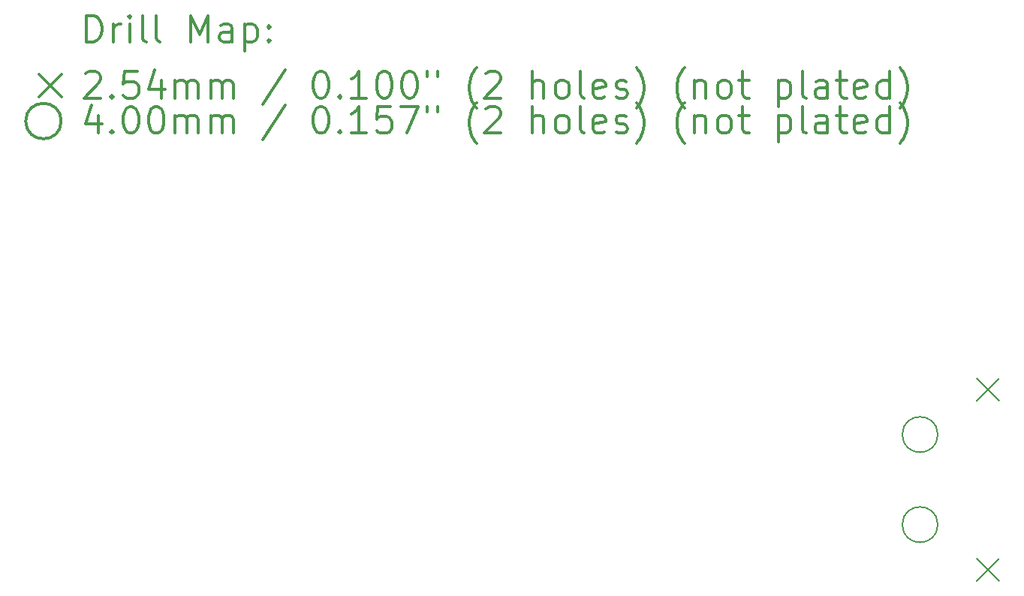
<source format=gbr>
%FSLAX45Y45*%
G04 Gerber Fmt 4.5, Leading zero omitted, Abs format (unit mm)*
G04 Created by KiCad (PCBNEW 5.1.8) date 2021-02-12 19:09:45*
%MOMM*%
%LPD*%
G01*
G04 APERTURE LIST*
%ADD10C,0.200000*%
%ADD11C,0.300000*%
G04 APERTURE END LIST*
D10*
X10321000Y-4257000D02*
X10575000Y-4511000D01*
X10575000Y-4257000D02*
X10321000Y-4511000D01*
X10321000Y-6289000D02*
X10575000Y-6543000D01*
X10575000Y-6289000D02*
X10321000Y-6543000D01*
X9886000Y-4892000D02*
G75*
G03*
X9886000Y-4892000I-200000J0D01*
G01*
X9886000Y-5908000D02*
G75*
G03*
X9886000Y-5908000I-200000J0D01*
G01*
D11*
X286429Y-465714D02*
X286429Y-165714D01*
X357857Y-165714D01*
X400714Y-180000D01*
X429286Y-208571D01*
X443571Y-237143D01*
X457857Y-294286D01*
X457857Y-337143D01*
X443571Y-394286D01*
X429286Y-422857D01*
X400714Y-451428D01*
X357857Y-465714D01*
X286429Y-465714D01*
X586429Y-465714D02*
X586429Y-265714D01*
X586429Y-322857D02*
X600714Y-294286D01*
X615000Y-280000D01*
X643571Y-265714D01*
X672143Y-265714D01*
X772143Y-465714D02*
X772143Y-265714D01*
X772143Y-165714D02*
X757857Y-180000D01*
X772143Y-194286D01*
X786428Y-180000D01*
X772143Y-165714D01*
X772143Y-194286D01*
X957857Y-465714D02*
X929286Y-451428D01*
X915000Y-422857D01*
X915000Y-165714D01*
X1115000Y-465714D02*
X1086429Y-451428D01*
X1072143Y-422857D01*
X1072143Y-165714D01*
X1457857Y-465714D02*
X1457857Y-165714D01*
X1557857Y-380000D01*
X1657857Y-165714D01*
X1657857Y-465714D01*
X1929286Y-465714D02*
X1929286Y-308571D01*
X1915000Y-280000D01*
X1886428Y-265714D01*
X1829286Y-265714D01*
X1800714Y-280000D01*
X1929286Y-451428D02*
X1900714Y-465714D01*
X1829286Y-465714D01*
X1800714Y-451428D01*
X1786428Y-422857D01*
X1786428Y-394286D01*
X1800714Y-365714D01*
X1829286Y-351428D01*
X1900714Y-351428D01*
X1929286Y-337143D01*
X2072143Y-265714D02*
X2072143Y-565714D01*
X2072143Y-280000D02*
X2100714Y-265714D01*
X2157857Y-265714D01*
X2186429Y-280000D01*
X2200714Y-294286D01*
X2215000Y-322857D01*
X2215000Y-408571D01*
X2200714Y-437143D01*
X2186429Y-451428D01*
X2157857Y-465714D01*
X2100714Y-465714D01*
X2072143Y-451428D01*
X2343571Y-437143D02*
X2357857Y-451428D01*
X2343571Y-465714D01*
X2329286Y-451428D01*
X2343571Y-437143D01*
X2343571Y-465714D01*
X2343571Y-280000D02*
X2357857Y-294286D01*
X2343571Y-308571D01*
X2329286Y-294286D01*
X2343571Y-280000D01*
X2343571Y-308571D01*
X-254000Y-833000D02*
X0Y-1087000D01*
X0Y-833000D02*
X-254000Y-1087000D01*
X272143Y-824286D02*
X286429Y-810000D01*
X315000Y-795714D01*
X386428Y-795714D01*
X415000Y-810000D01*
X429286Y-824286D01*
X443571Y-852857D01*
X443571Y-881428D01*
X429286Y-924286D01*
X257857Y-1095714D01*
X443571Y-1095714D01*
X572143Y-1067143D02*
X586429Y-1081429D01*
X572143Y-1095714D01*
X557857Y-1081429D01*
X572143Y-1067143D01*
X572143Y-1095714D01*
X857857Y-795714D02*
X715000Y-795714D01*
X700714Y-938571D01*
X715000Y-924286D01*
X743571Y-910000D01*
X815000Y-910000D01*
X843571Y-924286D01*
X857857Y-938571D01*
X872143Y-967143D01*
X872143Y-1038571D01*
X857857Y-1067143D01*
X843571Y-1081429D01*
X815000Y-1095714D01*
X743571Y-1095714D01*
X715000Y-1081429D01*
X700714Y-1067143D01*
X1129286Y-895714D02*
X1129286Y-1095714D01*
X1057857Y-781428D02*
X986428Y-995714D01*
X1172143Y-995714D01*
X1286429Y-1095714D02*
X1286429Y-895714D01*
X1286429Y-924286D02*
X1300714Y-910000D01*
X1329286Y-895714D01*
X1372143Y-895714D01*
X1400714Y-910000D01*
X1415000Y-938571D01*
X1415000Y-1095714D01*
X1415000Y-938571D02*
X1429286Y-910000D01*
X1457857Y-895714D01*
X1500714Y-895714D01*
X1529286Y-910000D01*
X1543571Y-938571D01*
X1543571Y-1095714D01*
X1686428Y-1095714D02*
X1686428Y-895714D01*
X1686428Y-924286D02*
X1700714Y-910000D01*
X1729286Y-895714D01*
X1772143Y-895714D01*
X1800714Y-910000D01*
X1815000Y-938571D01*
X1815000Y-1095714D01*
X1815000Y-938571D02*
X1829286Y-910000D01*
X1857857Y-895714D01*
X1900714Y-895714D01*
X1929286Y-910000D01*
X1943571Y-938571D01*
X1943571Y-1095714D01*
X2529286Y-781428D02*
X2272143Y-1167143D01*
X2915000Y-795714D02*
X2943571Y-795714D01*
X2972143Y-810000D01*
X2986428Y-824286D01*
X3000714Y-852857D01*
X3015000Y-910000D01*
X3015000Y-981428D01*
X3000714Y-1038571D01*
X2986428Y-1067143D01*
X2972143Y-1081429D01*
X2943571Y-1095714D01*
X2915000Y-1095714D01*
X2886428Y-1081429D01*
X2872143Y-1067143D01*
X2857857Y-1038571D01*
X2843571Y-981428D01*
X2843571Y-910000D01*
X2857857Y-852857D01*
X2872143Y-824286D01*
X2886428Y-810000D01*
X2915000Y-795714D01*
X3143571Y-1067143D02*
X3157857Y-1081429D01*
X3143571Y-1095714D01*
X3129286Y-1081429D01*
X3143571Y-1067143D01*
X3143571Y-1095714D01*
X3443571Y-1095714D02*
X3272143Y-1095714D01*
X3357857Y-1095714D02*
X3357857Y-795714D01*
X3329286Y-838571D01*
X3300714Y-867143D01*
X3272143Y-881428D01*
X3629286Y-795714D02*
X3657857Y-795714D01*
X3686428Y-810000D01*
X3700714Y-824286D01*
X3715000Y-852857D01*
X3729286Y-910000D01*
X3729286Y-981428D01*
X3715000Y-1038571D01*
X3700714Y-1067143D01*
X3686428Y-1081429D01*
X3657857Y-1095714D01*
X3629286Y-1095714D01*
X3600714Y-1081429D01*
X3586428Y-1067143D01*
X3572143Y-1038571D01*
X3557857Y-981428D01*
X3557857Y-910000D01*
X3572143Y-852857D01*
X3586428Y-824286D01*
X3600714Y-810000D01*
X3629286Y-795714D01*
X3915000Y-795714D02*
X3943571Y-795714D01*
X3972143Y-810000D01*
X3986428Y-824286D01*
X4000714Y-852857D01*
X4015000Y-910000D01*
X4015000Y-981428D01*
X4000714Y-1038571D01*
X3986428Y-1067143D01*
X3972143Y-1081429D01*
X3943571Y-1095714D01*
X3915000Y-1095714D01*
X3886428Y-1081429D01*
X3872143Y-1067143D01*
X3857857Y-1038571D01*
X3843571Y-981428D01*
X3843571Y-910000D01*
X3857857Y-852857D01*
X3872143Y-824286D01*
X3886428Y-810000D01*
X3915000Y-795714D01*
X4129286Y-795714D02*
X4129286Y-852857D01*
X4243571Y-795714D02*
X4243571Y-852857D01*
X4686429Y-1210000D02*
X4672143Y-1195714D01*
X4643571Y-1152857D01*
X4629286Y-1124286D01*
X4615000Y-1081429D01*
X4600714Y-1010000D01*
X4600714Y-952857D01*
X4615000Y-881428D01*
X4629286Y-838571D01*
X4643571Y-810000D01*
X4672143Y-767143D01*
X4686429Y-752857D01*
X4786429Y-824286D02*
X4800714Y-810000D01*
X4829286Y-795714D01*
X4900714Y-795714D01*
X4929286Y-810000D01*
X4943571Y-824286D01*
X4957857Y-852857D01*
X4957857Y-881428D01*
X4943571Y-924286D01*
X4772143Y-1095714D01*
X4957857Y-1095714D01*
X5315000Y-1095714D02*
X5315000Y-795714D01*
X5443571Y-1095714D02*
X5443571Y-938571D01*
X5429286Y-910000D01*
X5400714Y-895714D01*
X5357857Y-895714D01*
X5329286Y-910000D01*
X5315000Y-924286D01*
X5629286Y-1095714D02*
X5600714Y-1081429D01*
X5586429Y-1067143D01*
X5572143Y-1038571D01*
X5572143Y-952857D01*
X5586429Y-924286D01*
X5600714Y-910000D01*
X5629286Y-895714D01*
X5672143Y-895714D01*
X5700714Y-910000D01*
X5715000Y-924286D01*
X5729286Y-952857D01*
X5729286Y-1038571D01*
X5715000Y-1067143D01*
X5700714Y-1081429D01*
X5672143Y-1095714D01*
X5629286Y-1095714D01*
X5900714Y-1095714D02*
X5872143Y-1081429D01*
X5857857Y-1052857D01*
X5857857Y-795714D01*
X6129286Y-1081429D02*
X6100714Y-1095714D01*
X6043571Y-1095714D01*
X6015000Y-1081429D01*
X6000714Y-1052857D01*
X6000714Y-938571D01*
X6015000Y-910000D01*
X6043571Y-895714D01*
X6100714Y-895714D01*
X6129286Y-910000D01*
X6143571Y-938571D01*
X6143571Y-967143D01*
X6000714Y-995714D01*
X6257857Y-1081429D02*
X6286428Y-1095714D01*
X6343571Y-1095714D01*
X6372143Y-1081429D01*
X6386428Y-1052857D01*
X6386428Y-1038571D01*
X6372143Y-1010000D01*
X6343571Y-995714D01*
X6300714Y-995714D01*
X6272143Y-981428D01*
X6257857Y-952857D01*
X6257857Y-938571D01*
X6272143Y-910000D01*
X6300714Y-895714D01*
X6343571Y-895714D01*
X6372143Y-910000D01*
X6486428Y-1210000D02*
X6500714Y-1195714D01*
X6529286Y-1152857D01*
X6543571Y-1124286D01*
X6557857Y-1081429D01*
X6572143Y-1010000D01*
X6572143Y-952857D01*
X6557857Y-881428D01*
X6543571Y-838571D01*
X6529286Y-810000D01*
X6500714Y-767143D01*
X6486428Y-752857D01*
X7029286Y-1210000D02*
X7015000Y-1195714D01*
X6986428Y-1152857D01*
X6972143Y-1124286D01*
X6957857Y-1081429D01*
X6943571Y-1010000D01*
X6943571Y-952857D01*
X6957857Y-881428D01*
X6972143Y-838571D01*
X6986428Y-810000D01*
X7015000Y-767143D01*
X7029286Y-752857D01*
X7143571Y-895714D02*
X7143571Y-1095714D01*
X7143571Y-924286D02*
X7157857Y-910000D01*
X7186428Y-895714D01*
X7229286Y-895714D01*
X7257857Y-910000D01*
X7272143Y-938571D01*
X7272143Y-1095714D01*
X7457857Y-1095714D02*
X7429286Y-1081429D01*
X7415000Y-1067143D01*
X7400714Y-1038571D01*
X7400714Y-952857D01*
X7415000Y-924286D01*
X7429286Y-910000D01*
X7457857Y-895714D01*
X7500714Y-895714D01*
X7529286Y-910000D01*
X7543571Y-924286D01*
X7557857Y-952857D01*
X7557857Y-1038571D01*
X7543571Y-1067143D01*
X7529286Y-1081429D01*
X7500714Y-1095714D01*
X7457857Y-1095714D01*
X7643571Y-895714D02*
X7757857Y-895714D01*
X7686428Y-795714D02*
X7686428Y-1052857D01*
X7700714Y-1081429D01*
X7729286Y-1095714D01*
X7757857Y-1095714D01*
X8086428Y-895714D02*
X8086428Y-1195714D01*
X8086428Y-910000D02*
X8115000Y-895714D01*
X8172143Y-895714D01*
X8200714Y-910000D01*
X8215000Y-924286D01*
X8229286Y-952857D01*
X8229286Y-1038571D01*
X8215000Y-1067143D01*
X8200714Y-1081429D01*
X8172143Y-1095714D01*
X8115000Y-1095714D01*
X8086428Y-1081429D01*
X8400714Y-1095714D02*
X8372143Y-1081429D01*
X8357857Y-1052857D01*
X8357857Y-795714D01*
X8643571Y-1095714D02*
X8643571Y-938571D01*
X8629286Y-910000D01*
X8600714Y-895714D01*
X8543571Y-895714D01*
X8515000Y-910000D01*
X8643571Y-1081429D02*
X8615000Y-1095714D01*
X8543571Y-1095714D01*
X8515000Y-1081429D01*
X8500714Y-1052857D01*
X8500714Y-1024286D01*
X8515000Y-995714D01*
X8543571Y-981428D01*
X8615000Y-981428D01*
X8643571Y-967143D01*
X8743571Y-895714D02*
X8857857Y-895714D01*
X8786429Y-795714D02*
X8786429Y-1052857D01*
X8800714Y-1081429D01*
X8829286Y-1095714D01*
X8857857Y-1095714D01*
X9072143Y-1081429D02*
X9043571Y-1095714D01*
X8986429Y-1095714D01*
X8957857Y-1081429D01*
X8943571Y-1052857D01*
X8943571Y-938571D01*
X8957857Y-910000D01*
X8986429Y-895714D01*
X9043571Y-895714D01*
X9072143Y-910000D01*
X9086429Y-938571D01*
X9086429Y-967143D01*
X8943571Y-995714D01*
X9343571Y-1095714D02*
X9343571Y-795714D01*
X9343571Y-1081429D02*
X9315000Y-1095714D01*
X9257857Y-1095714D01*
X9229286Y-1081429D01*
X9215000Y-1067143D01*
X9200714Y-1038571D01*
X9200714Y-952857D01*
X9215000Y-924286D01*
X9229286Y-910000D01*
X9257857Y-895714D01*
X9315000Y-895714D01*
X9343571Y-910000D01*
X9457857Y-1210000D02*
X9472143Y-1195714D01*
X9500714Y-1152857D01*
X9515000Y-1124286D01*
X9529286Y-1081429D01*
X9543571Y-1010000D01*
X9543571Y-952857D01*
X9529286Y-881428D01*
X9515000Y-838571D01*
X9500714Y-810000D01*
X9472143Y-767143D01*
X9457857Y-752857D01*
X0Y-1356000D02*
G75*
G03*
X0Y-1356000I-200000J0D01*
G01*
X415000Y-1291714D02*
X415000Y-1491714D01*
X343571Y-1177429D02*
X272143Y-1391714D01*
X457857Y-1391714D01*
X572143Y-1463143D02*
X586429Y-1477428D01*
X572143Y-1491714D01*
X557857Y-1477428D01*
X572143Y-1463143D01*
X572143Y-1491714D01*
X772143Y-1191714D02*
X800714Y-1191714D01*
X829286Y-1206000D01*
X843571Y-1220286D01*
X857857Y-1248857D01*
X872143Y-1306000D01*
X872143Y-1377429D01*
X857857Y-1434571D01*
X843571Y-1463143D01*
X829286Y-1477428D01*
X800714Y-1491714D01*
X772143Y-1491714D01*
X743571Y-1477428D01*
X729286Y-1463143D01*
X715000Y-1434571D01*
X700714Y-1377429D01*
X700714Y-1306000D01*
X715000Y-1248857D01*
X729286Y-1220286D01*
X743571Y-1206000D01*
X772143Y-1191714D01*
X1057857Y-1191714D02*
X1086429Y-1191714D01*
X1115000Y-1206000D01*
X1129286Y-1220286D01*
X1143571Y-1248857D01*
X1157857Y-1306000D01*
X1157857Y-1377429D01*
X1143571Y-1434571D01*
X1129286Y-1463143D01*
X1115000Y-1477428D01*
X1086429Y-1491714D01*
X1057857Y-1491714D01*
X1029286Y-1477428D01*
X1015000Y-1463143D01*
X1000714Y-1434571D01*
X986428Y-1377429D01*
X986428Y-1306000D01*
X1000714Y-1248857D01*
X1015000Y-1220286D01*
X1029286Y-1206000D01*
X1057857Y-1191714D01*
X1286429Y-1491714D02*
X1286429Y-1291714D01*
X1286429Y-1320286D02*
X1300714Y-1306000D01*
X1329286Y-1291714D01*
X1372143Y-1291714D01*
X1400714Y-1306000D01*
X1415000Y-1334571D01*
X1415000Y-1491714D01*
X1415000Y-1334571D02*
X1429286Y-1306000D01*
X1457857Y-1291714D01*
X1500714Y-1291714D01*
X1529286Y-1306000D01*
X1543571Y-1334571D01*
X1543571Y-1491714D01*
X1686428Y-1491714D02*
X1686428Y-1291714D01*
X1686428Y-1320286D02*
X1700714Y-1306000D01*
X1729286Y-1291714D01*
X1772143Y-1291714D01*
X1800714Y-1306000D01*
X1815000Y-1334571D01*
X1815000Y-1491714D01*
X1815000Y-1334571D02*
X1829286Y-1306000D01*
X1857857Y-1291714D01*
X1900714Y-1291714D01*
X1929286Y-1306000D01*
X1943571Y-1334571D01*
X1943571Y-1491714D01*
X2529286Y-1177429D02*
X2272143Y-1563143D01*
X2915000Y-1191714D02*
X2943571Y-1191714D01*
X2972143Y-1206000D01*
X2986428Y-1220286D01*
X3000714Y-1248857D01*
X3015000Y-1306000D01*
X3015000Y-1377429D01*
X3000714Y-1434571D01*
X2986428Y-1463143D01*
X2972143Y-1477428D01*
X2943571Y-1491714D01*
X2915000Y-1491714D01*
X2886428Y-1477428D01*
X2872143Y-1463143D01*
X2857857Y-1434571D01*
X2843571Y-1377429D01*
X2843571Y-1306000D01*
X2857857Y-1248857D01*
X2872143Y-1220286D01*
X2886428Y-1206000D01*
X2915000Y-1191714D01*
X3143571Y-1463143D02*
X3157857Y-1477428D01*
X3143571Y-1491714D01*
X3129286Y-1477428D01*
X3143571Y-1463143D01*
X3143571Y-1491714D01*
X3443571Y-1491714D02*
X3272143Y-1491714D01*
X3357857Y-1491714D02*
X3357857Y-1191714D01*
X3329286Y-1234571D01*
X3300714Y-1263143D01*
X3272143Y-1277429D01*
X3715000Y-1191714D02*
X3572143Y-1191714D01*
X3557857Y-1334571D01*
X3572143Y-1320286D01*
X3600714Y-1306000D01*
X3672143Y-1306000D01*
X3700714Y-1320286D01*
X3715000Y-1334571D01*
X3729286Y-1363143D01*
X3729286Y-1434571D01*
X3715000Y-1463143D01*
X3700714Y-1477428D01*
X3672143Y-1491714D01*
X3600714Y-1491714D01*
X3572143Y-1477428D01*
X3557857Y-1463143D01*
X3829286Y-1191714D02*
X4029286Y-1191714D01*
X3900714Y-1491714D01*
X4129286Y-1191714D02*
X4129286Y-1248857D01*
X4243571Y-1191714D02*
X4243571Y-1248857D01*
X4686429Y-1606000D02*
X4672143Y-1591714D01*
X4643571Y-1548857D01*
X4629286Y-1520286D01*
X4615000Y-1477428D01*
X4600714Y-1406000D01*
X4600714Y-1348857D01*
X4615000Y-1277429D01*
X4629286Y-1234571D01*
X4643571Y-1206000D01*
X4672143Y-1163143D01*
X4686429Y-1148857D01*
X4786429Y-1220286D02*
X4800714Y-1206000D01*
X4829286Y-1191714D01*
X4900714Y-1191714D01*
X4929286Y-1206000D01*
X4943571Y-1220286D01*
X4957857Y-1248857D01*
X4957857Y-1277429D01*
X4943571Y-1320286D01*
X4772143Y-1491714D01*
X4957857Y-1491714D01*
X5315000Y-1491714D02*
X5315000Y-1191714D01*
X5443571Y-1491714D02*
X5443571Y-1334571D01*
X5429286Y-1306000D01*
X5400714Y-1291714D01*
X5357857Y-1291714D01*
X5329286Y-1306000D01*
X5315000Y-1320286D01*
X5629286Y-1491714D02*
X5600714Y-1477428D01*
X5586429Y-1463143D01*
X5572143Y-1434571D01*
X5572143Y-1348857D01*
X5586429Y-1320286D01*
X5600714Y-1306000D01*
X5629286Y-1291714D01*
X5672143Y-1291714D01*
X5700714Y-1306000D01*
X5715000Y-1320286D01*
X5729286Y-1348857D01*
X5729286Y-1434571D01*
X5715000Y-1463143D01*
X5700714Y-1477428D01*
X5672143Y-1491714D01*
X5629286Y-1491714D01*
X5900714Y-1491714D02*
X5872143Y-1477428D01*
X5857857Y-1448857D01*
X5857857Y-1191714D01*
X6129286Y-1477428D02*
X6100714Y-1491714D01*
X6043571Y-1491714D01*
X6015000Y-1477428D01*
X6000714Y-1448857D01*
X6000714Y-1334571D01*
X6015000Y-1306000D01*
X6043571Y-1291714D01*
X6100714Y-1291714D01*
X6129286Y-1306000D01*
X6143571Y-1334571D01*
X6143571Y-1363143D01*
X6000714Y-1391714D01*
X6257857Y-1477428D02*
X6286428Y-1491714D01*
X6343571Y-1491714D01*
X6372143Y-1477428D01*
X6386428Y-1448857D01*
X6386428Y-1434571D01*
X6372143Y-1406000D01*
X6343571Y-1391714D01*
X6300714Y-1391714D01*
X6272143Y-1377429D01*
X6257857Y-1348857D01*
X6257857Y-1334571D01*
X6272143Y-1306000D01*
X6300714Y-1291714D01*
X6343571Y-1291714D01*
X6372143Y-1306000D01*
X6486428Y-1606000D02*
X6500714Y-1591714D01*
X6529286Y-1548857D01*
X6543571Y-1520286D01*
X6557857Y-1477428D01*
X6572143Y-1406000D01*
X6572143Y-1348857D01*
X6557857Y-1277429D01*
X6543571Y-1234571D01*
X6529286Y-1206000D01*
X6500714Y-1163143D01*
X6486428Y-1148857D01*
X7029286Y-1606000D02*
X7015000Y-1591714D01*
X6986428Y-1548857D01*
X6972143Y-1520286D01*
X6957857Y-1477428D01*
X6943571Y-1406000D01*
X6943571Y-1348857D01*
X6957857Y-1277429D01*
X6972143Y-1234571D01*
X6986428Y-1206000D01*
X7015000Y-1163143D01*
X7029286Y-1148857D01*
X7143571Y-1291714D02*
X7143571Y-1491714D01*
X7143571Y-1320286D02*
X7157857Y-1306000D01*
X7186428Y-1291714D01*
X7229286Y-1291714D01*
X7257857Y-1306000D01*
X7272143Y-1334571D01*
X7272143Y-1491714D01*
X7457857Y-1491714D02*
X7429286Y-1477428D01*
X7415000Y-1463143D01*
X7400714Y-1434571D01*
X7400714Y-1348857D01*
X7415000Y-1320286D01*
X7429286Y-1306000D01*
X7457857Y-1291714D01*
X7500714Y-1291714D01*
X7529286Y-1306000D01*
X7543571Y-1320286D01*
X7557857Y-1348857D01*
X7557857Y-1434571D01*
X7543571Y-1463143D01*
X7529286Y-1477428D01*
X7500714Y-1491714D01*
X7457857Y-1491714D01*
X7643571Y-1291714D02*
X7757857Y-1291714D01*
X7686428Y-1191714D02*
X7686428Y-1448857D01*
X7700714Y-1477428D01*
X7729286Y-1491714D01*
X7757857Y-1491714D01*
X8086428Y-1291714D02*
X8086428Y-1591714D01*
X8086428Y-1306000D02*
X8115000Y-1291714D01*
X8172143Y-1291714D01*
X8200714Y-1306000D01*
X8215000Y-1320286D01*
X8229286Y-1348857D01*
X8229286Y-1434571D01*
X8215000Y-1463143D01*
X8200714Y-1477428D01*
X8172143Y-1491714D01*
X8115000Y-1491714D01*
X8086428Y-1477428D01*
X8400714Y-1491714D02*
X8372143Y-1477428D01*
X8357857Y-1448857D01*
X8357857Y-1191714D01*
X8643571Y-1491714D02*
X8643571Y-1334571D01*
X8629286Y-1306000D01*
X8600714Y-1291714D01*
X8543571Y-1291714D01*
X8515000Y-1306000D01*
X8643571Y-1477428D02*
X8615000Y-1491714D01*
X8543571Y-1491714D01*
X8515000Y-1477428D01*
X8500714Y-1448857D01*
X8500714Y-1420286D01*
X8515000Y-1391714D01*
X8543571Y-1377429D01*
X8615000Y-1377429D01*
X8643571Y-1363143D01*
X8743571Y-1291714D02*
X8857857Y-1291714D01*
X8786429Y-1191714D02*
X8786429Y-1448857D01*
X8800714Y-1477428D01*
X8829286Y-1491714D01*
X8857857Y-1491714D01*
X9072143Y-1477428D02*
X9043571Y-1491714D01*
X8986429Y-1491714D01*
X8957857Y-1477428D01*
X8943571Y-1448857D01*
X8943571Y-1334571D01*
X8957857Y-1306000D01*
X8986429Y-1291714D01*
X9043571Y-1291714D01*
X9072143Y-1306000D01*
X9086429Y-1334571D01*
X9086429Y-1363143D01*
X8943571Y-1391714D01*
X9343571Y-1491714D02*
X9343571Y-1191714D01*
X9343571Y-1477428D02*
X9315000Y-1491714D01*
X9257857Y-1491714D01*
X9229286Y-1477428D01*
X9215000Y-1463143D01*
X9200714Y-1434571D01*
X9200714Y-1348857D01*
X9215000Y-1320286D01*
X9229286Y-1306000D01*
X9257857Y-1291714D01*
X9315000Y-1291714D01*
X9343571Y-1306000D01*
X9457857Y-1606000D02*
X9472143Y-1591714D01*
X9500714Y-1548857D01*
X9515000Y-1520286D01*
X9529286Y-1477428D01*
X9543571Y-1406000D01*
X9543571Y-1348857D01*
X9529286Y-1277429D01*
X9515000Y-1234571D01*
X9500714Y-1206000D01*
X9472143Y-1163143D01*
X9457857Y-1148857D01*
M02*

</source>
